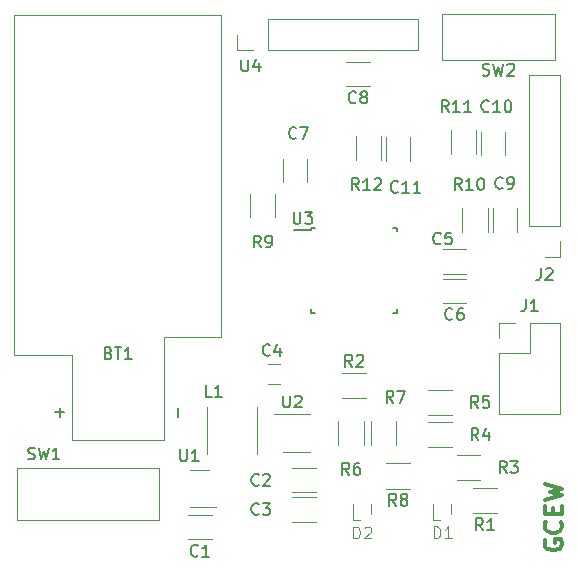
<source format=gto>
%TF.GenerationSoftware,KiCad,Pcbnew,4.0.7*%
%TF.CreationDate,2018-10-18T17:54:17-04:00*%
%TF.ProjectId,GCEW_Glove,474345575F476C6F76652E6B69636164,1*%
%TF.FileFunction,Legend,Top*%
%FSLAX46Y46*%
G04 Gerber Fmt 4.6, Leading zero omitted, Abs format (unit mm)*
G04 Created by KiCad (PCBNEW 4.0.7) date 10/18/18 17:54:17*
%MOMM*%
%LPD*%
G01*
G04 APERTURE LIST*
%ADD10C,0.100000*%
%ADD11C,0.300000*%
%ADD12C,0.120000*%
%ADD13C,0.150000*%
G04 APERTURE END LIST*
D10*
D11*
X175950000Y-145592857D02*
X175878571Y-145735714D01*
X175878571Y-145950000D01*
X175950000Y-146164285D01*
X176092857Y-146307143D01*
X176235714Y-146378571D01*
X176521429Y-146450000D01*
X176735714Y-146450000D01*
X177021429Y-146378571D01*
X177164286Y-146307143D01*
X177307143Y-146164285D01*
X177378571Y-145950000D01*
X177378571Y-145807143D01*
X177307143Y-145592857D01*
X177235714Y-145521428D01*
X176735714Y-145521428D01*
X176735714Y-145807143D01*
X177235714Y-144021428D02*
X177307143Y-144092857D01*
X177378571Y-144307143D01*
X177378571Y-144450000D01*
X177307143Y-144664285D01*
X177164286Y-144807143D01*
X177021429Y-144878571D01*
X176735714Y-144950000D01*
X176521429Y-144950000D01*
X176235714Y-144878571D01*
X176092857Y-144807143D01*
X175950000Y-144664285D01*
X175878571Y-144450000D01*
X175878571Y-144307143D01*
X175950000Y-144092857D01*
X176021429Y-144021428D01*
X176592857Y-143378571D02*
X176592857Y-142878571D01*
X177378571Y-142664285D02*
X177378571Y-143378571D01*
X175878571Y-143378571D01*
X175878571Y-142664285D01*
X175878571Y-142164285D02*
X177378571Y-141807142D01*
X176307143Y-141521428D01*
X177378571Y-141235714D01*
X175878571Y-140878571D01*
D12*
X154500000Y-138100000D02*
X153750000Y-138100000D01*
X154500000Y-138100000D02*
X156000000Y-138100000D01*
X154500000Y-134900000D02*
X153000000Y-134900000D01*
X154500000Y-134900000D02*
X156000000Y-134900000D01*
X135850000Y-129900000D02*
X135850000Y-137150000D01*
X135850000Y-137150000D02*
X143650000Y-137150000D01*
X143650000Y-137150000D02*
X143650000Y-128400000D01*
X143650000Y-128400000D02*
X148500000Y-128400000D01*
X148500000Y-128400000D02*
X148500000Y-101100000D01*
X148500000Y-101100000D02*
X131000000Y-101100000D01*
X131000000Y-101100000D02*
X131000000Y-129900000D01*
X131000000Y-129900000D02*
X135850000Y-129900000D01*
X147700000Y-143480000D02*
X145700000Y-143480000D01*
X145700000Y-145520000D02*
X147700000Y-145520000D01*
X154500000Y-141520000D02*
X156500000Y-141520000D01*
X156500000Y-139480000D02*
X154500000Y-139480000D01*
X154500000Y-144020000D02*
X156500000Y-144020000D01*
X156500000Y-141980000D02*
X154500000Y-141980000D01*
X153500000Y-130650000D02*
X152500000Y-130650000D01*
X152500000Y-132350000D02*
X153500000Y-132350000D01*
X169250000Y-120980000D02*
X167250000Y-120980000D01*
X167250000Y-123020000D02*
X169250000Y-123020000D01*
X167250000Y-125520000D02*
X169250000Y-125520000D01*
X169250000Y-123480000D02*
X167250000Y-123480000D01*
X155745000Y-115300000D02*
X155745000Y-113300000D01*
X153705000Y-113300000D02*
X153705000Y-115300000D01*
X161075000Y-105130000D02*
X159075000Y-105130000D01*
X159075000Y-107170000D02*
X161075000Y-107170000D01*
X173520000Y-119500000D02*
X173520000Y-117500000D01*
X171480000Y-117500000D02*
X171480000Y-119500000D01*
X170480000Y-111000000D02*
X170480000Y-113000000D01*
X172520000Y-113000000D02*
X172520000Y-111000000D01*
X162480000Y-111500000D02*
X162480000Y-113500000D01*
X164520000Y-113500000D02*
X164520000Y-111500000D01*
X172020000Y-134910000D02*
X177220000Y-134910000D01*
X172020000Y-129770000D02*
X172020000Y-134910000D01*
X177220000Y-127170000D02*
X177220000Y-134910000D01*
X172020000Y-129770000D02*
X174620000Y-129770000D01*
X174620000Y-129770000D02*
X174620000Y-127170000D01*
X174620000Y-127170000D02*
X177220000Y-127170000D01*
X172020000Y-128500000D02*
X172020000Y-127170000D01*
X172020000Y-127170000D02*
X173350000Y-127170000D01*
X177230000Y-106245000D02*
X174570000Y-106245000D01*
X177230000Y-119005000D02*
X177230000Y-106245000D01*
X174570000Y-119005000D02*
X174570000Y-106245000D01*
X177230000Y-119005000D02*
X174570000Y-119005000D01*
X177230000Y-120275000D02*
X177230000Y-121605000D01*
X177230000Y-121605000D02*
X175900000Y-121605000D01*
X151500000Y-134300000D02*
X151500000Y-138300000D01*
X147300000Y-134300000D02*
X147300000Y-138300000D01*
X169825000Y-141155000D02*
X171825000Y-141155000D01*
X171825000Y-143295000D02*
X169825000Y-143295000D01*
X158750000Y-131430000D02*
X160750000Y-131430000D01*
X160750000Y-133570000D02*
X158750000Y-133570000D01*
X168425000Y-138380000D02*
X170425000Y-138380000D01*
X170425000Y-140520000D02*
X168425000Y-140520000D01*
X166050000Y-135605000D02*
X168050000Y-135605000D01*
X168050000Y-137745000D02*
X166050000Y-137745000D01*
X166050000Y-132855000D02*
X168050000Y-132855000D01*
X168050000Y-134995000D02*
X166050000Y-134995000D01*
X160570000Y-135500000D02*
X160570000Y-137500000D01*
X158430000Y-137500000D02*
X158430000Y-135500000D01*
X163320000Y-135500000D02*
X163320000Y-137500000D01*
X161180000Y-137500000D02*
X161180000Y-135500000D01*
X164475000Y-141220000D02*
X162475000Y-141220000D01*
X162475000Y-139080000D02*
X164475000Y-139080000D01*
X153095000Y-116250000D02*
X153095000Y-118250000D01*
X150955000Y-118250000D02*
X150955000Y-116250000D01*
X168930000Y-119500000D02*
X168930000Y-117500000D01*
X171070000Y-117500000D02*
X171070000Y-119500000D01*
X170070000Y-110900000D02*
X170070000Y-112900000D01*
X167930000Y-112900000D02*
X167930000Y-110900000D01*
X162070000Y-111400000D02*
X162070000Y-113400000D01*
X159930000Y-113400000D02*
X159930000Y-111400000D01*
X143200000Y-139500000D02*
X131200000Y-139500000D01*
X131200000Y-139500000D02*
X131200000Y-143900000D01*
X131200000Y-143900000D02*
X143200000Y-143900000D01*
X143200000Y-143900000D02*
X143200000Y-139500000D01*
D10*
X176775000Y-104950000D02*
X176775000Y-101050000D01*
X176775000Y-101050000D02*
X167175000Y-101050000D01*
X167175000Y-101050000D02*
X167175000Y-104950000D01*
X167175000Y-104950000D02*
X176775000Y-104950000D01*
D12*
X146700000Y-139650000D02*
X147500000Y-139650000D01*
X146700000Y-139650000D02*
X145900000Y-139650000D01*
X146700000Y-142750000D02*
X148100000Y-142750000D01*
X146700000Y-142750000D02*
X145900000Y-142750000D01*
D13*
X156125000Y-119125000D02*
X156125000Y-119350000D01*
X163375000Y-119125000D02*
X163375000Y-119450000D01*
X163375000Y-126375000D02*
X163375000Y-126050000D01*
X156125000Y-126375000D02*
X156125000Y-126050000D01*
X156125000Y-119125000D02*
X156450000Y-119125000D01*
X156125000Y-126375000D02*
X156450000Y-126375000D01*
X163375000Y-126375000D02*
X163050000Y-126375000D01*
X163375000Y-119125000D02*
X163050000Y-119125000D01*
X156125000Y-119350000D02*
X154700000Y-119350000D01*
D12*
X165205000Y-104130000D02*
X165205000Y-101470000D01*
X152445000Y-104130000D02*
X165205000Y-104130000D01*
X152445000Y-101470000D02*
X165205000Y-101470000D01*
X152445000Y-104130000D02*
X152445000Y-101470000D01*
X151175000Y-104130000D02*
X149845000Y-104130000D01*
X149845000Y-104130000D02*
X149845000Y-102800000D01*
X167025000Y-143900000D02*
X166475000Y-143900000D01*
X166475000Y-143900000D02*
X166475000Y-143800000D01*
X167975000Y-143350000D02*
X167975000Y-142500000D01*
X166475000Y-143800000D02*
X166475000Y-142500000D01*
X160225000Y-143900000D02*
X159675000Y-143900000D01*
X159675000Y-143900000D02*
X159675000Y-143800000D01*
X161175000Y-143350000D02*
X161175000Y-142500000D01*
X159675000Y-143800000D02*
X159675000Y-142500000D01*
D13*
X153738095Y-133352381D02*
X153738095Y-134161905D01*
X153785714Y-134257143D01*
X153833333Y-134304762D01*
X153928571Y-134352381D01*
X154119048Y-134352381D01*
X154214286Y-134304762D01*
X154261905Y-134257143D01*
X154309524Y-134161905D01*
X154309524Y-133352381D01*
X154738095Y-133447619D02*
X154785714Y-133400000D01*
X154880952Y-133352381D01*
X155119048Y-133352381D01*
X155214286Y-133400000D01*
X155261905Y-133447619D01*
X155309524Y-133542857D01*
X155309524Y-133638095D01*
X155261905Y-133780952D01*
X154690476Y-134352381D01*
X155309524Y-134352381D01*
X138964286Y-129753571D02*
X139107143Y-129801190D01*
X139154762Y-129848810D01*
X139202381Y-129944048D01*
X139202381Y-130086905D01*
X139154762Y-130182143D01*
X139107143Y-130229762D01*
X139011905Y-130277381D01*
X138630952Y-130277381D01*
X138630952Y-129277381D01*
X138964286Y-129277381D01*
X139059524Y-129325000D01*
X139107143Y-129372619D01*
X139154762Y-129467857D01*
X139154762Y-129563095D01*
X139107143Y-129658333D01*
X139059524Y-129705952D01*
X138964286Y-129753571D01*
X138630952Y-129753571D01*
X139488095Y-129277381D02*
X140059524Y-129277381D01*
X139773809Y-130277381D02*
X139773809Y-129277381D01*
X140916667Y-130277381D02*
X140345238Y-130277381D01*
X140630952Y-130277381D02*
X140630952Y-129277381D01*
X140535714Y-129420238D01*
X140440476Y-129515476D01*
X140345238Y-129563095D01*
X144821429Y-135155952D02*
X144821429Y-134394047D01*
X134821429Y-135155952D02*
X134821429Y-134394047D01*
X135202381Y-134774999D02*
X134440476Y-134774999D01*
X146533334Y-146882143D02*
X146485715Y-146929762D01*
X146342858Y-146977381D01*
X146247620Y-146977381D01*
X146104762Y-146929762D01*
X146009524Y-146834524D01*
X145961905Y-146739286D01*
X145914286Y-146548810D01*
X145914286Y-146405952D01*
X145961905Y-146215476D01*
X146009524Y-146120238D01*
X146104762Y-146025000D01*
X146247620Y-145977381D01*
X146342858Y-145977381D01*
X146485715Y-146025000D01*
X146533334Y-146072619D01*
X147485715Y-146977381D02*
X146914286Y-146977381D01*
X147200000Y-146977381D02*
X147200000Y-145977381D01*
X147104762Y-146120238D01*
X147009524Y-146215476D01*
X146914286Y-146263095D01*
X151683334Y-140882143D02*
X151635715Y-140929762D01*
X151492858Y-140977381D01*
X151397620Y-140977381D01*
X151254762Y-140929762D01*
X151159524Y-140834524D01*
X151111905Y-140739286D01*
X151064286Y-140548810D01*
X151064286Y-140405952D01*
X151111905Y-140215476D01*
X151159524Y-140120238D01*
X151254762Y-140025000D01*
X151397620Y-139977381D01*
X151492858Y-139977381D01*
X151635715Y-140025000D01*
X151683334Y-140072619D01*
X152064286Y-140072619D02*
X152111905Y-140025000D01*
X152207143Y-139977381D01*
X152445239Y-139977381D01*
X152540477Y-140025000D01*
X152588096Y-140072619D01*
X152635715Y-140167857D01*
X152635715Y-140263095D01*
X152588096Y-140405952D01*
X152016667Y-140977381D01*
X152635715Y-140977381D01*
X151683334Y-143357143D02*
X151635715Y-143404762D01*
X151492858Y-143452381D01*
X151397620Y-143452381D01*
X151254762Y-143404762D01*
X151159524Y-143309524D01*
X151111905Y-143214286D01*
X151064286Y-143023810D01*
X151064286Y-142880952D01*
X151111905Y-142690476D01*
X151159524Y-142595238D01*
X151254762Y-142500000D01*
X151397620Y-142452381D01*
X151492858Y-142452381D01*
X151635715Y-142500000D01*
X151683334Y-142547619D01*
X152016667Y-142452381D02*
X152635715Y-142452381D01*
X152302381Y-142833333D01*
X152445239Y-142833333D01*
X152540477Y-142880952D01*
X152588096Y-142928571D01*
X152635715Y-143023810D01*
X152635715Y-143261905D01*
X152588096Y-143357143D01*
X152540477Y-143404762D01*
X152445239Y-143452381D01*
X152159524Y-143452381D01*
X152064286Y-143404762D01*
X152016667Y-143357143D01*
X152633334Y-129907143D02*
X152585715Y-129954762D01*
X152442858Y-130002381D01*
X152347620Y-130002381D01*
X152204762Y-129954762D01*
X152109524Y-129859524D01*
X152061905Y-129764286D01*
X152014286Y-129573810D01*
X152014286Y-129430952D01*
X152061905Y-129240476D01*
X152109524Y-129145238D01*
X152204762Y-129050000D01*
X152347620Y-129002381D01*
X152442858Y-129002381D01*
X152585715Y-129050000D01*
X152633334Y-129097619D01*
X153490477Y-129335714D02*
X153490477Y-130002381D01*
X153252381Y-128954762D02*
X153014286Y-129669048D01*
X153633334Y-129669048D01*
X167083334Y-120457143D02*
X167035715Y-120504762D01*
X166892858Y-120552381D01*
X166797620Y-120552381D01*
X166654762Y-120504762D01*
X166559524Y-120409524D01*
X166511905Y-120314286D01*
X166464286Y-120123810D01*
X166464286Y-119980952D01*
X166511905Y-119790476D01*
X166559524Y-119695238D01*
X166654762Y-119600000D01*
X166797620Y-119552381D01*
X166892858Y-119552381D01*
X167035715Y-119600000D01*
X167083334Y-119647619D01*
X167988096Y-119552381D02*
X167511905Y-119552381D01*
X167464286Y-120028571D01*
X167511905Y-119980952D01*
X167607143Y-119933333D01*
X167845239Y-119933333D01*
X167940477Y-119980952D01*
X167988096Y-120028571D01*
X168035715Y-120123810D01*
X168035715Y-120361905D01*
X167988096Y-120457143D01*
X167940477Y-120504762D01*
X167845239Y-120552381D01*
X167607143Y-120552381D01*
X167511905Y-120504762D01*
X167464286Y-120457143D01*
X168083334Y-126857143D02*
X168035715Y-126904762D01*
X167892858Y-126952381D01*
X167797620Y-126952381D01*
X167654762Y-126904762D01*
X167559524Y-126809524D01*
X167511905Y-126714286D01*
X167464286Y-126523810D01*
X167464286Y-126380952D01*
X167511905Y-126190476D01*
X167559524Y-126095238D01*
X167654762Y-126000000D01*
X167797620Y-125952381D01*
X167892858Y-125952381D01*
X168035715Y-126000000D01*
X168083334Y-126047619D01*
X168940477Y-125952381D02*
X168750000Y-125952381D01*
X168654762Y-126000000D01*
X168607143Y-126047619D01*
X168511905Y-126190476D01*
X168464286Y-126380952D01*
X168464286Y-126761905D01*
X168511905Y-126857143D01*
X168559524Y-126904762D01*
X168654762Y-126952381D01*
X168845239Y-126952381D01*
X168940477Y-126904762D01*
X168988096Y-126857143D01*
X169035715Y-126761905D01*
X169035715Y-126523810D01*
X168988096Y-126428571D01*
X168940477Y-126380952D01*
X168845239Y-126333333D01*
X168654762Y-126333333D01*
X168559524Y-126380952D01*
X168511905Y-126428571D01*
X168464286Y-126523810D01*
X154858334Y-111532143D02*
X154810715Y-111579762D01*
X154667858Y-111627381D01*
X154572620Y-111627381D01*
X154429762Y-111579762D01*
X154334524Y-111484524D01*
X154286905Y-111389286D01*
X154239286Y-111198810D01*
X154239286Y-111055952D01*
X154286905Y-110865476D01*
X154334524Y-110770238D01*
X154429762Y-110675000D01*
X154572620Y-110627381D01*
X154667858Y-110627381D01*
X154810715Y-110675000D01*
X154858334Y-110722619D01*
X155191667Y-110627381D02*
X155858334Y-110627381D01*
X155429762Y-111627381D01*
X159908334Y-108507143D02*
X159860715Y-108554762D01*
X159717858Y-108602381D01*
X159622620Y-108602381D01*
X159479762Y-108554762D01*
X159384524Y-108459524D01*
X159336905Y-108364286D01*
X159289286Y-108173810D01*
X159289286Y-108030952D01*
X159336905Y-107840476D01*
X159384524Y-107745238D01*
X159479762Y-107650000D01*
X159622620Y-107602381D01*
X159717858Y-107602381D01*
X159860715Y-107650000D01*
X159908334Y-107697619D01*
X160479762Y-108030952D02*
X160384524Y-107983333D01*
X160336905Y-107935714D01*
X160289286Y-107840476D01*
X160289286Y-107792857D01*
X160336905Y-107697619D01*
X160384524Y-107650000D01*
X160479762Y-107602381D01*
X160670239Y-107602381D01*
X160765477Y-107650000D01*
X160813096Y-107697619D01*
X160860715Y-107792857D01*
X160860715Y-107840476D01*
X160813096Y-107935714D01*
X160765477Y-107983333D01*
X160670239Y-108030952D01*
X160479762Y-108030952D01*
X160384524Y-108078571D01*
X160336905Y-108126190D01*
X160289286Y-108221429D01*
X160289286Y-108411905D01*
X160336905Y-108507143D01*
X160384524Y-108554762D01*
X160479762Y-108602381D01*
X160670239Y-108602381D01*
X160765477Y-108554762D01*
X160813096Y-108507143D01*
X160860715Y-108411905D01*
X160860715Y-108221429D01*
X160813096Y-108126190D01*
X160765477Y-108078571D01*
X160670239Y-108030952D01*
X172333334Y-115757143D02*
X172285715Y-115804762D01*
X172142858Y-115852381D01*
X172047620Y-115852381D01*
X171904762Y-115804762D01*
X171809524Y-115709524D01*
X171761905Y-115614286D01*
X171714286Y-115423810D01*
X171714286Y-115280952D01*
X171761905Y-115090476D01*
X171809524Y-114995238D01*
X171904762Y-114900000D01*
X172047620Y-114852381D01*
X172142858Y-114852381D01*
X172285715Y-114900000D01*
X172333334Y-114947619D01*
X172809524Y-115852381D02*
X173000000Y-115852381D01*
X173095239Y-115804762D01*
X173142858Y-115757143D01*
X173238096Y-115614286D01*
X173285715Y-115423810D01*
X173285715Y-115042857D01*
X173238096Y-114947619D01*
X173190477Y-114900000D01*
X173095239Y-114852381D01*
X172904762Y-114852381D01*
X172809524Y-114900000D01*
X172761905Y-114947619D01*
X172714286Y-115042857D01*
X172714286Y-115280952D01*
X172761905Y-115376190D01*
X172809524Y-115423810D01*
X172904762Y-115471429D01*
X173095239Y-115471429D01*
X173190477Y-115423810D01*
X173238096Y-115376190D01*
X173285715Y-115280952D01*
X171157143Y-109257143D02*
X171109524Y-109304762D01*
X170966667Y-109352381D01*
X170871429Y-109352381D01*
X170728571Y-109304762D01*
X170633333Y-109209524D01*
X170585714Y-109114286D01*
X170538095Y-108923810D01*
X170538095Y-108780952D01*
X170585714Y-108590476D01*
X170633333Y-108495238D01*
X170728571Y-108400000D01*
X170871429Y-108352381D01*
X170966667Y-108352381D01*
X171109524Y-108400000D01*
X171157143Y-108447619D01*
X172109524Y-109352381D02*
X171538095Y-109352381D01*
X171823809Y-109352381D02*
X171823809Y-108352381D01*
X171728571Y-108495238D01*
X171633333Y-108590476D01*
X171538095Y-108638095D01*
X172728571Y-108352381D02*
X172823810Y-108352381D01*
X172919048Y-108400000D01*
X172966667Y-108447619D01*
X173014286Y-108542857D01*
X173061905Y-108733333D01*
X173061905Y-108971429D01*
X173014286Y-109161905D01*
X172966667Y-109257143D01*
X172919048Y-109304762D01*
X172823810Y-109352381D01*
X172728571Y-109352381D01*
X172633333Y-109304762D01*
X172585714Y-109257143D01*
X172538095Y-109161905D01*
X172490476Y-108971429D01*
X172490476Y-108733333D01*
X172538095Y-108542857D01*
X172585714Y-108447619D01*
X172633333Y-108400000D01*
X172728571Y-108352381D01*
X163457143Y-116082143D02*
X163409524Y-116129762D01*
X163266667Y-116177381D01*
X163171429Y-116177381D01*
X163028571Y-116129762D01*
X162933333Y-116034524D01*
X162885714Y-115939286D01*
X162838095Y-115748810D01*
X162838095Y-115605952D01*
X162885714Y-115415476D01*
X162933333Y-115320238D01*
X163028571Y-115225000D01*
X163171429Y-115177381D01*
X163266667Y-115177381D01*
X163409524Y-115225000D01*
X163457143Y-115272619D01*
X164409524Y-116177381D02*
X163838095Y-116177381D01*
X164123809Y-116177381D02*
X164123809Y-115177381D01*
X164028571Y-115320238D01*
X163933333Y-115415476D01*
X163838095Y-115463095D01*
X165361905Y-116177381D02*
X164790476Y-116177381D01*
X165076190Y-116177381D02*
X165076190Y-115177381D01*
X164980952Y-115320238D01*
X164885714Y-115415476D01*
X164790476Y-115463095D01*
X174291667Y-125202381D02*
X174291667Y-125916667D01*
X174244047Y-126059524D01*
X174148809Y-126154762D01*
X174005952Y-126202381D01*
X173910714Y-126202381D01*
X175291667Y-126202381D02*
X174720238Y-126202381D01*
X175005952Y-126202381D02*
X175005952Y-125202381D01*
X174910714Y-125345238D01*
X174815476Y-125440476D01*
X174720238Y-125488095D01*
X175566667Y-122577381D02*
X175566667Y-123291667D01*
X175519047Y-123434524D01*
X175423809Y-123529762D01*
X175280952Y-123577381D01*
X175185714Y-123577381D01*
X175995238Y-122672619D02*
X176042857Y-122625000D01*
X176138095Y-122577381D01*
X176376191Y-122577381D01*
X176471429Y-122625000D01*
X176519048Y-122672619D01*
X176566667Y-122767857D01*
X176566667Y-122863095D01*
X176519048Y-123005952D01*
X175947619Y-123577381D01*
X176566667Y-123577381D01*
X147683334Y-133452381D02*
X147207143Y-133452381D01*
X147207143Y-132452381D01*
X148540477Y-133452381D02*
X147969048Y-133452381D01*
X148254762Y-133452381D02*
X148254762Y-132452381D01*
X148159524Y-132595238D01*
X148064286Y-132690476D01*
X147969048Y-132738095D01*
X170658334Y-144752381D02*
X170325000Y-144276190D01*
X170086905Y-144752381D02*
X170086905Y-143752381D01*
X170467858Y-143752381D01*
X170563096Y-143800000D01*
X170610715Y-143847619D01*
X170658334Y-143942857D01*
X170658334Y-144085714D01*
X170610715Y-144180952D01*
X170563096Y-144228571D01*
X170467858Y-144276190D01*
X170086905Y-144276190D01*
X171610715Y-144752381D02*
X171039286Y-144752381D01*
X171325000Y-144752381D02*
X171325000Y-143752381D01*
X171229762Y-143895238D01*
X171134524Y-143990476D01*
X171039286Y-144038095D01*
X159583334Y-130902381D02*
X159250000Y-130426190D01*
X159011905Y-130902381D02*
X159011905Y-129902381D01*
X159392858Y-129902381D01*
X159488096Y-129950000D01*
X159535715Y-129997619D01*
X159583334Y-130092857D01*
X159583334Y-130235714D01*
X159535715Y-130330952D01*
X159488096Y-130378571D01*
X159392858Y-130426190D01*
X159011905Y-130426190D01*
X159964286Y-129997619D02*
X160011905Y-129950000D01*
X160107143Y-129902381D01*
X160345239Y-129902381D01*
X160440477Y-129950000D01*
X160488096Y-129997619D01*
X160535715Y-130092857D01*
X160535715Y-130188095D01*
X160488096Y-130330952D01*
X159916667Y-130902381D01*
X160535715Y-130902381D01*
X172658334Y-139902381D02*
X172325000Y-139426190D01*
X172086905Y-139902381D02*
X172086905Y-138902381D01*
X172467858Y-138902381D01*
X172563096Y-138950000D01*
X172610715Y-138997619D01*
X172658334Y-139092857D01*
X172658334Y-139235714D01*
X172610715Y-139330952D01*
X172563096Y-139378571D01*
X172467858Y-139426190D01*
X172086905Y-139426190D01*
X172991667Y-138902381D02*
X173610715Y-138902381D01*
X173277381Y-139283333D01*
X173420239Y-139283333D01*
X173515477Y-139330952D01*
X173563096Y-139378571D01*
X173610715Y-139473810D01*
X173610715Y-139711905D01*
X173563096Y-139807143D01*
X173515477Y-139854762D01*
X173420239Y-139902381D01*
X173134524Y-139902381D01*
X173039286Y-139854762D01*
X172991667Y-139807143D01*
X170283334Y-137127381D02*
X169950000Y-136651190D01*
X169711905Y-137127381D02*
X169711905Y-136127381D01*
X170092858Y-136127381D01*
X170188096Y-136175000D01*
X170235715Y-136222619D01*
X170283334Y-136317857D01*
X170283334Y-136460714D01*
X170235715Y-136555952D01*
X170188096Y-136603571D01*
X170092858Y-136651190D01*
X169711905Y-136651190D01*
X171140477Y-136460714D02*
X171140477Y-137127381D01*
X170902381Y-136079762D02*
X170664286Y-136794048D01*
X171283334Y-136794048D01*
X170258334Y-134377381D02*
X169925000Y-133901190D01*
X169686905Y-134377381D02*
X169686905Y-133377381D01*
X170067858Y-133377381D01*
X170163096Y-133425000D01*
X170210715Y-133472619D01*
X170258334Y-133567857D01*
X170258334Y-133710714D01*
X170210715Y-133805952D01*
X170163096Y-133853571D01*
X170067858Y-133901190D01*
X169686905Y-133901190D01*
X171163096Y-133377381D02*
X170686905Y-133377381D01*
X170639286Y-133853571D01*
X170686905Y-133805952D01*
X170782143Y-133758333D01*
X171020239Y-133758333D01*
X171115477Y-133805952D01*
X171163096Y-133853571D01*
X171210715Y-133948810D01*
X171210715Y-134186905D01*
X171163096Y-134282143D01*
X171115477Y-134329762D01*
X171020239Y-134377381D01*
X170782143Y-134377381D01*
X170686905Y-134329762D01*
X170639286Y-134282143D01*
X159333334Y-140052381D02*
X159000000Y-139576190D01*
X158761905Y-140052381D02*
X158761905Y-139052381D01*
X159142858Y-139052381D01*
X159238096Y-139100000D01*
X159285715Y-139147619D01*
X159333334Y-139242857D01*
X159333334Y-139385714D01*
X159285715Y-139480952D01*
X159238096Y-139528571D01*
X159142858Y-139576190D01*
X158761905Y-139576190D01*
X160190477Y-139052381D02*
X160000000Y-139052381D01*
X159904762Y-139100000D01*
X159857143Y-139147619D01*
X159761905Y-139290476D01*
X159714286Y-139480952D01*
X159714286Y-139861905D01*
X159761905Y-139957143D01*
X159809524Y-140004762D01*
X159904762Y-140052381D01*
X160095239Y-140052381D01*
X160190477Y-140004762D01*
X160238096Y-139957143D01*
X160285715Y-139861905D01*
X160285715Y-139623810D01*
X160238096Y-139528571D01*
X160190477Y-139480952D01*
X160095239Y-139433333D01*
X159904762Y-139433333D01*
X159809524Y-139480952D01*
X159761905Y-139528571D01*
X159714286Y-139623810D01*
X163083334Y-133952381D02*
X162750000Y-133476190D01*
X162511905Y-133952381D02*
X162511905Y-132952381D01*
X162892858Y-132952381D01*
X162988096Y-133000000D01*
X163035715Y-133047619D01*
X163083334Y-133142857D01*
X163083334Y-133285714D01*
X163035715Y-133380952D01*
X162988096Y-133428571D01*
X162892858Y-133476190D01*
X162511905Y-133476190D01*
X163416667Y-132952381D02*
X164083334Y-132952381D01*
X163654762Y-133952381D01*
X163308334Y-142677381D02*
X162975000Y-142201190D01*
X162736905Y-142677381D02*
X162736905Y-141677381D01*
X163117858Y-141677381D01*
X163213096Y-141725000D01*
X163260715Y-141772619D01*
X163308334Y-141867857D01*
X163308334Y-142010714D01*
X163260715Y-142105952D01*
X163213096Y-142153571D01*
X163117858Y-142201190D01*
X162736905Y-142201190D01*
X163879762Y-142105952D02*
X163784524Y-142058333D01*
X163736905Y-142010714D01*
X163689286Y-141915476D01*
X163689286Y-141867857D01*
X163736905Y-141772619D01*
X163784524Y-141725000D01*
X163879762Y-141677381D01*
X164070239Y-141677381D01*
X164165477Y-141725000D01*
X164213096Y-141772619D01*
X164260715Y-141867857D01*
X164260715Y-141915476D01*
X164213096Y-142010714D01*
X164165477Y-142058333D01*
X164070239Y-142105952D01*
X163879762Y-142105952D01*
X163784524Y-142153571D01*
X163736905Y-142201190D01*
X163689286Y-142296429D01*
X163689286Y-142486905D01*
X163736905Y-142582143D01*
X163784524Y-142629762D01*
X163879762Y-142677381D01*
X164070239Y-142677381D01*
X164165477Y-142629762D01*
X164213096Y-142582143D01*
X164260715Y-142486905D01*
X164260715Y-142296429D01*
X164213096Y-142201190D01*
X164165477Y-142153571D01*
X164070239Y-142105952D01*
X151858334Y-120802381D02*
X151525000Y-120326190D01*
X151286905Y-120802381D02*
X151286905Y-119802381D01*
X151667858Y-119802381D01*
X151763096Y-119850000D01*
X151810715Y-119897619D01*
X151858334Y-119992857D01*
X151858334Y-120135714D01*
X151810715Y-120230952D01*
X151763096Y-120278571D01*
X151667858Y-120326190D01*
X151286905Y-120326190D01*
X152334524Y-120802381D02*
X152525000Y-120802381D01*
X152620239Y-120754762D01*
X152667858Y-120707143D01*
X152763096Y-120564286D01*
X152810715Y-120373810D01*
X152810715Y-119992857D01*
X152763096Y-119897619D01*
X152715477Y-119850000D01*
X152620239Y-119802381D01*
X152429762Y-119802381D01*
X152334524Y-119850000D01*
X152286905Y-119897619D01*
X152239286Y-119992857D01*
X152239286Y-120230952D01*
X152286905Y-120326190D01*
X152334524Y-120373810D01*
X152429762Y-120421429D01*
X152620239Y-120421429D01*
X152715477Y-120373810D01*
X152763096Y-120326190D01*
X152810715Y-120230952D01*
X168857143Y-115927381D02*
X168523809Y-115451190D01*
X168285714Y-115927381D02*
X168285714Y-114927381D01*
X168666667Y-114927381D01*
X168761905Y-114975000D01*
X168809524Y-115022619D01*
X168857143Y-115117857D01*
X168857143Y-115260714D01*
X168809524Y-115355952D01*
X168761905Y-115403571D01*
X168666667Y-115451190D01*
X168285714Y-115451190D01*
X169809524Y-115927381D02*
X169238095Y-115927381D01*
X169523809Y-115927381D02*
X169523809Y-114927381D01*
X169428571Y-115070238D01*
X169333333Y-115165476D01*
X169238095Y-115213095D01*
X170428571Y-114927381D02*
X170523810Y-114927381D01*
X170619048Y-114975000D01*
X170666667Y-115022619D01*
X170714286Y-115117857D01*
X170761905Y-115308333D01*
X170761905Y-115546429D01*
X170714286Y-115736905D01*
X170666667Y-115832143D01*
X170619048Y-115879762D01*
X170523810Y-115927381D01*
X170428571Y-115927381D01*
X170333333Y-115879762D01*
X170285714Y-115832143D01*
X170238095Y-115736905D01*
X170190476Y-115546429D01*
X170190476Y-115308333D01*
X170238095Y-115117857D01*
X170285714Y-115022619D01*
X170333333Y-114975000D01*
X170428571Y-114927381D01*
X167757143Y-109352381D02*
X167423809Y-108876190D01*
X167185714Y-109352381D02*
X167185714Y-108352381D01*
X167566667Y-108352381D01*
X167661905Y-108400000D01*
X167709524Y-108447619D01*
X167757143Y-108542857D01*
X167757143Y-108685714D01*
X167709524Y-108780952D01*
X167661905Y-108828571D01*
X167566667Y-108876190D01*
X167185714Y-108876190D01*
X168709524Y-109352381D02*
X168138095Y-109352381D01*
X168423809Y-109352381D02*
X168423809Y-108352381D01*
X168328571Y-108495238D01*
X168233333Y-108590476D01*
X168138095Y-108638095D01*
X169661905Y-109352381D02*
X169090476Y-109352381D01*
X169376190Y-109352381D02*
X169376190Y-108352381D01*
X169280952Y-108495238D01*
X169185714Y-108590476D01*
X169090476Y-108638095D01*
X160157143Y-115952381D02*
X159823809Y-115476190D01*
X159585714Y-115952381D02*
X159585714Y-114952381D01*
X159966667Y-114952381D01*
X160061905Y-115000000D01*
X160109524Y-115047619D01*
X160157143Y-115142857D01*
X160157143Y-115285714D01*
X160109524Y-115380952D01*
X160061905Y-115428571D01*
X159966667Y-115476190D01*
X159585714Y-115476190D01*
X161109524Y-115952381D02*
X160538095Y-115952381D01*
X160823809Y-115952381D02*
X160823809Y-114952381D01*
X160728571Y-115095238D01*
X160633333Y-115190476D01*
X160538095Y-115238095D01*
X161490476Y-115047619D02*
X161538095Y-115000000D01*
X161633333Y-114952381D01*
X161871429Y-114952381D01*
X161966667Y-115000000D01*
X162014286Y-115047619D01*
X162061905Y-115142857D01*
X162061905Y-115238095D01*
X162014286Y-115380952D01*
X161442857Y-115952381D01*
X162061905Y-115952381D01*
X132141667Y-138704762D02*
X132284524Y-138752381D01*
X132522620Y-138752381D01*
X132617858Y-138704762D01*
X132665477Y-138657143D01*
X132713096Y-138561905D01*
X132713096Y-138466667D01*
X132665477Y-138371429D01*
X132617858Y-138323810D01*
X132522620Y-138276190D01*
X132332143Y-138228571D01*
X132236905Y-138180952D01*
X132189286Y-138133333D01*
X132141667Y-138038095D01*
X132141667Y-137942857D01*
X132189286Y-137847619D01*
X132236905Y-137800000D01*
X132332143Y-137752381D01*
X132570239Y-137752381D01*
X132713096Y-137800000D01*
X133046429Y-137752381D02*
X133284524Y-138752381D01*
X133475001Y-138038095D01*
X133665477Y-138752381D01*
X133903572Y-137752381D01*
X134808334Y-138752381D02*
X134236905Y-138752381D01*
X134522619Y-138752381D02*
X134522619Y-137752381D01*
X134427381Y-137895238D01*
X134332143Y-137990476D01*
X134236905Y-138038095D01*
X170641667Y-106204762D02*
X170784524Y-106252381D01*
X171022620Y-106252381D01*
X171117858Y-106204762D01*
X171165477Y-106157143D01*
X171213096Y-106061905D01*
X171213096Y-105966667D01*
X171165477Y-105871429D01*
X171117858Y-105823810D01*
X171022620Y-105776190D01*
X170832143Y-105728571D01*
X170736905Y-105680952D01*
X170689286Y-105633333D01*
X170641667Y-105538095D01*
X170641667Y-105442857D01*
X170689286Y-105347619D01*
X170736905Y-105300000D01*
X170832143Y-105252381D01*
X171070239Y-105252381D01*
X171213096Y-105300000D01*
X171546429Y-105252381D02*
X171784524Y-106252381D01*
X171975001Y-105538095D01*
X172165477Y-106252381D01*
X172403572Y-105252381D01*
X172736905Y-105347619D02*
X172784524Y-105300000D01*
X172879762Y-105252381D01*
X173117858Y-105252381D01*
X173213096Y-105300000D01*
X173260715Y-105347619D01*
X173308334Y-105442857D01*
X173308334Y-105538095D01*
X173260715Y-105680952D01*
X172689286Y-106252381D01*
X173308334Y-106252381D01*
X145038095Y-137902381D02*
X145038095Y-138711905D01*
X145085714Y-138807143D01*
X145133333Y-138854762D01*
X145228571Y-138902381D01*
X145419048Y-138902381D01*
X145514286Y-138854762D01*
X145561905Y-138807143D01*
X145609524Y-138711905D01*
X145609524Y-137902381D01*
X146609524Y-138902381D02*
X146038095Y-138902381D01*
X146323809Y-138902381D02*
X146323809Y-137902381D01*
X146228571Y-138045238D01*
X146133333Y-138140476D01*
X146038095Y-138188095D01*
X154638095Y-117802381D02*
X154638095Y-118611905D01*
X154685714Y-118707143D01*
X154733333Y-118754762D01*
X154828571Y-118802381D01*
X155019048Y-118802381D01*
X155114286Y-118754762D01*
X155161905Y-118707143D01*
X155209524Y-118611905D01*
X155209524Y-117802381D01*
X155590476Y-117802381D02*
X156209524Y-117802381D01*
X155876190Y-118183333D01*
X156019048Y-118183333D01*
X156114286Y-118230952D01*
X156161905Y-118278571D01*
X156209524Y-118373810D01*
X156209524Y-118611905D01*
X156161905Y-118707143D01*
X156114286Y-118754762D01*
X156019048Y-118802381D01*
X155733333Y-118802381D01*
X155638095Y-118754762D01*
X155590476Y-118707143D01*
X150213095Y-104902381D02*
X150213095Y-105711905D01*
X150260714Y-105807143D01*
X150308333Y-105854762D01*
X150403571Y-105902381D01*
X150594048Y-105902381D01*
X150689286Y-105854762D01*
X150736905Y-105807143D01*
X150784524Y-105711905D01*
X150784524Y-104902381D01*
X151689286Y-105235714D02*
X151689286Y-105902381D01*
X151451190Y-104854762D02*
X151213095Y-105569048D01*
X151832143Y-105569048D01*
D12*
X166486905Y-145427381D02*
X166486905Y-144427381D01*
X166725000Y-144427381D01*
X166867858Y-144475000D01*
X166963096Y-144570238D01*
X167010715Y-144665476D01*
X167058334Y-144855952D01*
X167058334Y-144998810D01*
X167010715Y-145189286D01*
X166963096Y-145284524D01*
X166867858Y-145379762D01*
X166725000Y-145427381D01*
X166486905Y-145427381D01*
X168010715Y-145427381D02*
X167439286Y-145427381D01*
X167725000Y-145427381D02*
X167725000Y-144427381D01*
X167629762Y-144570238D01*
X167534524Y-144665476D01*
X167439286Y-144713095D01*
X159686905Y-145452381D02*
X159686905Y-144452381D01*
X159925000Y-144452381D01*
X160067858Y-144500000D01*
X160163096Y-144595238D01*
X160210715Y-144690476D01*
X160258334Y-144880952D01*
X160258334Y-145023810D01*
X160210715Y-145214286D01*
X160163096Y-145309524D01*
X160067858Y-145404762D01*
X159925000Y-145452381D01*
X159686905Y-145452381D01*
X160639286Y-144547619D02*
X160686905Y-144500000D01*
X160782143Y-144452381D01*
X161020239Y-144452381D01*
X161115477Y-144500000D01*
X161163096Y-144547619D01*
X161210715Y-144642857D01*
X161210715Y-144738095D01*
X161163096Y-144880952D01*
X160591667Y-145452381D01*
X161210715Y-145452381D01*
M02*

</source>
